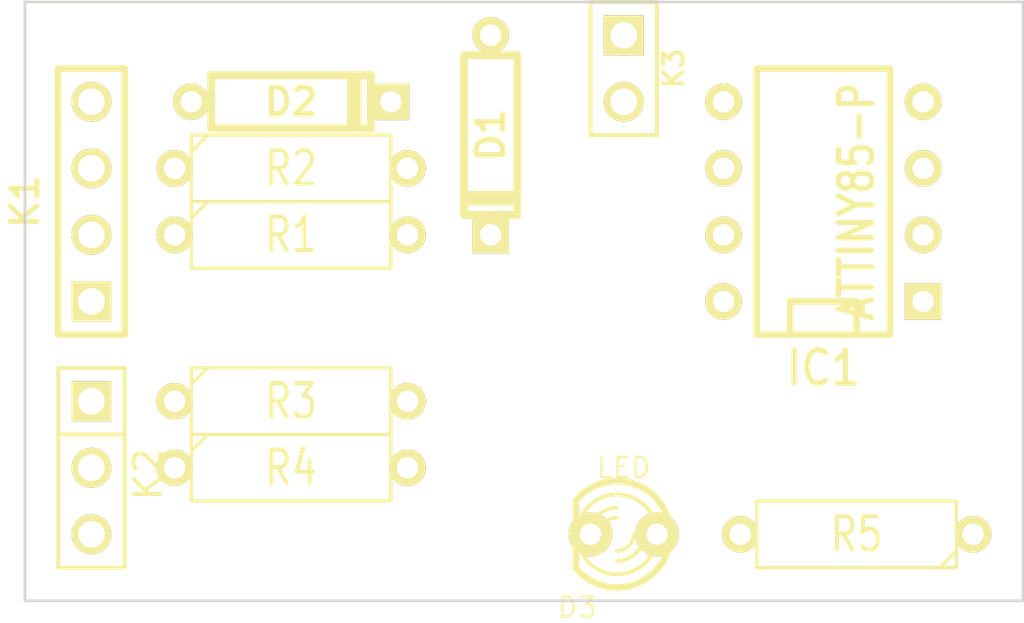
<source format=kicad_pcb>
(kicad_pcb (version 3) (host pcbnew "(2013-05-16 BZR 4016)-stable")

  (general
    (links 21)
    (no_connects 21)
    (area 39.37 36.83 78.74 60.96)
    (thickness 1.6)
    (drawings 4)
    (tracks 0)
    (zones 0)
    (modules 12)
    (nets 12)
  )

  (page A4)
  (title_block 
    (title LogStick)
  )

  (layers
    (15 Dessus.Cu signal)
    (0 Dessous.Cu signal)
    (16 Dessous.Adhes user)
    (17 Dessus.Adhes user)
    (18 Dessous.Pate user)
    (19 Dessus.Pate user)
    (20 Dessous.SilkS user)
    (21 Dessus.SilkS user)
    (22 Dessous.Masque user)
    (23 Dessus.Masque user)
    (24 Dessin.User user)
    (25 Cmts.User user)
    (26 Eco1.User user)
    (27 Eco2.User user)
    (28 Contours.Ci user)
  )

  (setup
    (last_trace_width 0.254)
    (trace_clearance 0.254)
    (zone_clearance 0.508)
    (zone_45_only no)
    (trace_min 0.254)
    (segment_width 0.2)
    (edge_width 0.1)
    (via_size 0.889)
    (via_drill 0.635)
    (via_min_size 0.889)
    (via_min_drill 0.508)
    (uvia_size 0.508)
    (uvia_drill 0.127)
    (uvias_allowed yes)
    (uvia_min_size 0.508)
    (uvia_min_drill 0.127)
    (pcb_text_width 0.3)
    (pcb_text_size 1.5 1.5)
    (mod_edge_width 0.15)
    (mod_text_size 1 1)
    (mod_text_width 0.15)
    (pad_size 1.5 1.5)
    (pad_drill 0.6)
    (pad_to_mask_clearance 0)
    (aux_axis_origin 40.64 38.1)
    (visible_elements 7FFFFFFF)
    (pcbplotparams
      (layerselection 3178497)
      (usegerberextensions true)
      (excludeedgelayer true)
      (linewidth 0.150000)
      (plotframeref false)
      (viasonmask false)
      (mode 1)
      (useauxorigin false)
      (hpglpennumber 1)
      (hpglpenspeed 20)
      (hpglpendiameter 15)
      (hpglpenoverlay 2)
      (psnegative false)
      (psa4output false)
      (plotreference true)
      (plotvalue true)
      (plotothertext true)
      (plotinvisibletext false)
      (padsonsilk false)
      (subtractmaskfromsilk false)
      (outputformat 1)
      (mirror false)
      (drillshape 1)
      (scaleselection 1)
      (outputdirectory ""))
  )

  (net 0 "")
  (net 1 +5V)
  (net 2 GND)
  (net 3 N-000001)
  (net 4 N-0000010)
  (net 5 N-0000011)
  (net 6 N-0000012)
  (net 7 N-000002)
  (net 8 N-000003)
  (net 9 N-000004)
  (net 10 N-000008)
  (net 11 N-000009)

  (net_class Default "Ceci est la Netclass par défaut"
    (clearance 0.254)
    (trace_width 0.254)
    (via_dia 0.889)
    (via_drill 0.635)
    (uvia_dia 0.508)
    (uvia_drill 0.127)
    (add_net "")
    (add_net +5V)
    (add_net GND)
    (add_net N-000001)
    (add_net N-0000010)
    (add_net N-0000011)
    (add_net N-0000012)
    (add_net N-000002)
    (add_net N-000003)
    (add_net N-000004)
    (add_net N-000008)
    (add_net N-000009)
  )

  (module R3-5 (layer Dessus.Cu) (tedit 3F979F9F) (tstamp 519BBC95)
    (at 50.8 46.99)
    (path /519BAD11)
    (fp_text reference R1 (at 0 0) (layer Dessus.SilkS)
      (effects (font (size 1.27 1.016) (thickness 0.1524)))
    )
    (fp_text value 68R (at 0 0) (layer Dessus.SilkS) hide
      (effects (font (size 1.27 1.016) (thickness 0.1524)))
    )
    (fp_line (start -3.81 -0.635) (end -3.81 1.27) (layer Dessus.SilkS) (width 0.127))
    (fp_line (start -3.81 1.27) (end 3.81 1.27) (layer Dessus.SilkS) (width 0.127))
    (fp_line (start 3.81 1.27) (end 3.81 -1.27) (layer Dessus.SilkS) (width 0.127))
    (fp_line (start 3.81 -1.27) (end -3.81 -1.27) (layer Dessus.SilkS) (width 0.127))
    (fp_line (start -3.81 -1.27) (end -3.81 -0.635) (layer Dessus.SilkS) (width 0.127))
    (fp_line (start -4.445 0) (end -3.81 0) (layer Dessus.SilkS) (width 0.127))
    (fp_line (start 3.81 0) (end 4.445 0) (layer Dessus.SilkS) (width 0.127))
    (fp_line (start -3.81 -0.635) (end -3.175 -1.27) (layer Dessus.SilkS) (width 0.127))
    (pad 1 thru_hole circle (at -4.445 0) (size 1.397 1.397) (drill 0.8128)
      (layers *.Cu *.Mask Dessus.SilkS)
      (net 11 N-000009)
    )
    (pad 2 thru_hole circle (at 4.445 0) (size 1.397 1.397) (drill 0.8128)
      (layers *.Cu *.Mask Dessus.SilkS)
      (net 6 N-0000012)
    )
    (model discret/resistor.wrl
      (at (xyz 0 0 0))
      (scale (xyz 0.35 0.35 0.3))
      (rotate (xyz 0 0 0))
    )
  )

  (module R3-5 (layer Dessus.Cu) (tedit 3F979F9F) (tstamp 519BBCA3)
    (at 50.8 44.45)
    (path /519BAD67)
    (fp_text reference R2 (at 0 0) (layer Dessus.SilkS)
      (effects (font (size 1.27 1.016) (thickness 0.1524)))
    )
    (fp_text value 68R (at 0 0) (layer Dessus.SilkS) hide
      (effects (font (size 1.27 1.016) (thickness 0.1524)))
    )
    (fp_line (start -3.81 -0.635) (end -3.81 1.27) (layer Dessus.SilkS) (width 0.127))
    (fp_line (start -3.81 1.27) (end 3.81 1.27) (layer Dessus.SilkS) (width 0.127))
    (fp_line (start 3.81 1.27) (end 3.81 -1.27) (layer Dessus.SilkS) (width 0.127))
    (fp_line (start 3.81 -1.27) (end -3.81 -1.27) (layer Dessus.SilkS) (width 0.127))
    (fp_line (start -3.81 -1.27) (end -3.81 -0.635) (layer Dessus.SilkS) (width 0.127))
    (fp_line (start -4.445 0) (end -3.81 0) (layer Dessus.SilkS) (width 0.127))
    (fp_line (start 3.81 0) (end 4.445 0) (layer Dessus.SilkS) (width 0.127))
    (fp_line (start -3.81 -0.635) (end -3.175 -1.27) (layer Dessus.SilkS) (width 0.127))
    (pad 1 thru_hole circle (at -4.445 0) (size 1.397 1.397) (drill 0.8128)
      (layers *.Cu *.Mask Dessus.SilkS)
      (net 5 N-0000011)
    )
    (pad 2 thru_hole circle (at 4.445 0) (size 1.397 1.397) (drill 0.8128)
      (layers *.Cu *.Mask Dessus.SilkS)
      (net 4 N-0000010)
    )
    (model discret/resistor.wrl
      (at (xyz 0 0 0))
      (scale (xyz 0.35 0.35 0.3))
      (rotate (xyz 0 0 0))
    )
  )

  (module R3-5 (layer Dessus.Cu) (tedit 3F979F9F) (tstamp 519BBCB1)
    (at 50.8 53.34)
    (path /519BAD76)
    (fp_text reference R3 (at 0 0) (layer Dessus.SilkS)
      (effects (font (size 1.27 1.016) (thickness 0.1524)))
    )
    (fp_text value 1k5 (at 0 0) (layer Dessus.SilkS) hide
      (effects (font (size 1.27 1.016) (thickness 0.1524)))
    )
    (fp_line (start -3.81 -0.635) (end -3.81 1.27) (layer Dessus.SilkS) (width 0.127))
    (fp_line (start -3.81 1.27) (end 3.81 1.27) (layer Dessus.SilkS) (width 0.127))
    (fp_line (start 3.81 1.27) (end 3.81 -1.27) (layer Dessus.SilkS) (width 0.127))
    (fp_line (start 3.81 -1.27) (end -3.81 -1.27) (layer Dessus.SilkS) (width 0.127))
    (fp_line (start -3.81 -1.27) (end -3.81 -0.635) (layer Dessus.SilkS) (width 0.127))
    (fp_line (start -4.445 0) (end -3.81 0) (layer Dessus.SilkS) (width 0.127))
    (fp_line (start 3.81 0) (end 4.445 0) (layer Dessus.SilkS) (width 0.127))
    (fp_line (start -3.81 -0.635) (end -3.175 -1.27) (layer Dessus.SilkS) (width 0.127))
    (pad 1 thru_hole circle (at -4.445 0) (size 1.397 1.397) (drill 0.8128)
      (layers *.Cu *.Mask Dessus.SilkS)
      (net 1 +5V)
    )
    (pad 2 thru_hole circle (at 4.445 0) (size 1.397 1.397) (drill 0.8128)
      (layers *.Cu *.Mask Dessus.SilkS)
      (net 6 N-0000012)
    )
    (model discret/resistor.wrl
      (at (xyz 0 0 0))
      (scale (xyz 0.35 0.35 0.3))
      (rotate (xyz 0 0 0))
    )
  )

  (module R3-5 (layer Dessus.Cu) (tedit 3F979F9F) (tstamp 519BCBAD)
    (at 50.8 55.88)
    (path /519BAF01)
    (fp_text reference R4 (at 0 0) (layer Dessus.SilkS)
      (effects (font (size 1.27 1.016) (thickness 0.1524)))
    )
    (fp_text value 68R (at 0 0) (layer Dessus.SilkS) hide
      (effects (font (size 1.27 1.016) (thickness 0.1524)))
    )
    (fp_line (start -3.81 -0.635) (end -3.81 1.27) (layer Dessus.SilkS) (width 0.127))
    (fp_line (start -3.81 1.27) (end 3.81 1.27) (layer Dessus.SilkS) (width 0.127))
    (fp_line (start 3.81 1.27) (end 3.81 -1.27) (layer Dessus.SilkS) (width 0.127))
    (fp_line (start 3.81 -1.27) (end -3.81 -1.27) (layer Dessus.SilkS) (width 0.127))
    (fp_line (start -3.81 -1.27) (end -3.81 -0.635) (layer Dessus.SilkS) (width 0.127))
    (fp_line (start -4.445 0) (end -3.81 0) (layer Dessus.SilkS) (width 0.127))
    (fp_line (start 3.81 0) (end 4.445 0) (layer Dessus.SilkS) (width 0.127))
    (fp_line (start -3.81 -0.635) (end -3.175 -1.27) (layer Dessus.SilkS) (width 0.127))
    (pad 1 thru_hole circle (at -4.445 0) (size 1.397 1.397) (drill 0.8128)
      (layers *.Cu *.Mask Dessus.SilkS)
      (net 9 N-000004)
    )
    (pad 2 thru_hole circle (at 4.445 0) (size 1.397 1.397) (drill 0.8128)
      (layers *.Cu *.Mask Dessus.SilkS)
      (net 8 N-000003)
    )
    (model discret/resistor.wrl
      (at (xyz 0 0 0))
      (scale (xyz 0.35 0.35 0.3))
      (rotate (xyz 0 0 0))
    )
  )

  (module R3-5 (layer Dessus.Cu) (tedit 3F979F9F) (tstamp 519BBCCD)
    (at 72.39 58.42 180)
    (path /519BB0A3)
    (fp_text reference R5 (at 0 0 180) (layer Dessus.SilkS)
      (effects (font (size 1.27 1.016) (thickness 0.1524)))
    )
    (fp_text value 220R (at 0 0 180) (layer Dessus.SilkS) hide
      (effects (font (size 1.27 1.016) (thickness 0.1524)))
    )
    (fp_line (start -3.81 -0.635) (end -3.81 1.27) (layer Dessus.SilkS) (width 0.127))
    (fp_line (start -3.81 1.27) (end 3.81 1.27) (layer Dessus.SilkS) (width 0.127))
    (fp_line (start 3.81 1.27) (end 3.81 -1.27) (layer Dessus.SilkS) (width 0.127))
    (fp_line (start 3.81 -1.27) (end -3.81 -1.27) (layer Dessus.SilkS) (width 0.127))
    (fp_line (start -3.81 -1.27) (end -3.81 -0.635) (layer Dessus.SilkS) (width 0.127))
    (fp_line (start -4.445 0) (end -3.81 0) (layer Dessus.SilkS) (width 0.127))
    (fp_line (start 3.81 0) (end 4.445 0) (layer Dessus.SilkS) (width 0.127))
    (fp_line (start -3.81 -0.635) (end -3.175 -1.27) (layer Dessus.SilkS) (width 0.127))
    (pad 1 thru_hole circle (at -4.445 0 180) (size 1.397 1.397) (drill 0.8128)
      (layers *.Cu *.Mask Dessus.SilkS)
      (net 10 N-000008)
    )
    (pad 2 thru_hole circle (at 4.445 0 180) (size 1.397 1.397) (drill 0.8128)
      (layers *.Cu *.Mask Dessus.SilkS)
      (net 7 N-000002)
    )
    (model discret/resistor.wrl
      (at (xyz 0 0 0))
      (scale (xyz 0.35 0.35 0.3))
      (rotate (xyz 0 0 0))
    )
  )

  (module LED-3MM (layer Dessus.Cu) (tedit 50ADE848) (tstamp 519BBCE6)
    (at 63.5 58.42 180)
    (descr "LED 3mm - Lead pitch 100mil (2,54mm)")
    (tags "LED led 3mm 3MM 100mil 2,54mm")
    (path /519BB08A)
    (fp_text reference D3 (at 1.778 -2.794 180) (layer Dessus.SilkS)
      (effects (font (size 0.762 0.762) (thickness 0.0889)))
    )
    (fp_text value LED (at 0 2.54 180) (layer Dessus.SilkS)
      (effects (font (size 0.762 0.762) (thickness 0.0889)))
    )
    (fp_line (start 1.8288 1.27) (end 1.8288 -1.27) (layer Dessus.SilkS) (width 0.254))
    (fp_arc (start 0.254 0) (end -1.27 0) (angle 39.8) (layer Dessus.SilkS) (width 0.1524))
    (fp_arc (start 0.254 0) (end -0.88392 1.01092) (angle 41.6) (layer Dessus.SilkS) (width 0.1524))
    (fp_arc (start 0.254 0) (end 1.4097 -0.9906) (angle 40.6) (layer Dessus.SilkS) (width 0.1524))
    (fp_arc (start 0.254 0) (end 1.778 0) (angle 39.8) (layer Dessus.SilkS) (width 0.1524))
    (fp_arc (start 0.254 0) (end 0.254 -1.524) (angle 54.4) (layer Dessus.SilkS) (width 0.1524))
    (fp_arc (start 0.254 0) (end -0.9652 -0.9144) (angle 53.1) (layer Dessus.SilkS) (width 0.1524))
    (fp_arc (start 0.254 0) (end 1.45542 0.93472) (angle 52.1) (layer Dessus.SilkS) (width 0.1524))
    (fp_arc (start 0.254 0) (end 0.254 1.524) (angle 52.1) (layer Dessus.SilkS) (width 0.1524))
    (fp_arc (start 0.254 0) (end -0.381 0) (angle 90) (layer Dessus.SilkS) (width 0.1524))
    (fp_arc (start 0.254 0) (end -0.762 0) (angle 90) (layer Dessus.SilkS) (width 0.1524))
    (fp_arc (start 0.254 0) (end 0.889 0) (angle 90) (layer Dessus.SilkS) (width 0.1524))
    (fp_arc (start 0.254 0) (end 1.27 0) (angle 90) (layer Dessus.SilkS) (width 0.1524))
    (fp_arc (start 0.254 0) (end 0.254 -2.032) (angle 50.1) (layer Dessus.SilkS) (width 0.254))
    (fp_arc (start 0.254 0) (end -1.5367 -0.95504) (angle 61.9) (layer Dessus.SilkS) (width 0.254))
    (fp_arc (start 0.254 0) (end 1.8034 1.31064) (angle 49.7) (layer Dessus.SilkS) (width 0.254))
    (fp_arc (start 0.254 0) (end 0.254 2.032) (angle 60.2) (layer Dessus.SilkS) (width 0.254))
    (fp_arc (start 0.254 0) (end -1.778 0) (angle 28.3) (layer Dessus.SilkS) (width 0.254))
    (fp_arc (start 0.254 0) (end -1.47574 1.06426) (angle 31.6) (layer Dessus.SilkS) (width 0.254))
    (pad 1 thru_hole circle (at -1.27 0 180) (size 1.6764 1.6764) (drill 0.8128)
      (layers *.Cu *.Mask Dessus.SilkS)
      (net 7 N-000002)
    )
    (pad 2 thru_hole circle (at 1.27 0 180) (size 1.6764 1.6764) (drill 0.8128)
      (layers *.Cu *.Mask Dessus.SilkS)
      (net 2 GND)
    )
    (model discret/leds/led3_vertical_verde.wrl
      (at (xyz 0 0 0))
      (scale (xyz 1 1 1))
      (rotate (xyz 0 0 0))
    )
  )

  (module D3 (layer Dessus.Cu) (tedit 200000) (tstamp 519BBCF6)
    (at 58.42 43.18 270)
    (descr "Diode 3 pas")
    (tags "DIODE DEV")
    (path /519BAD9D)
    (fp_text reference D1 (at 0 0 270) (layer Dessus.SilkS)
      (effects (font (size 1.016 1.016) (thickness 0.2032)))
    )
    (fp_text value 3,6V (at 0 0 270) (layer Dessus.SilkS) hide
      (effects (font (size 1.016 1.016) (thickness 0.2032)))
    )
    (fp_line (start 3.81 0) (end 3.048 0) (layer Dessus.SilkS) (width 0.3048))
    (fp_line (start 3.048 0) (end 3.048 -1.016) (layer Dessus.SilkS) (width 0.3048))
    (fp_line (start 3.048 -1.016) (end -3.048 -1.016) (layer Dessus.SilkS) (width 0.3048))
    (fp_line (start -3.048 -1.016) (end -3.048 0) (layer Dessus.SilkS) (width 0.3048))
    (fp_line (start -3.048 0) (end -3.81 0) (layer Dessus.SilkS) (width 0.3048))
    (fp_line (start -3.048 0) (end -3.048 1.016) (layer Dessus.SilkS) (width 0.3048))
    (fp_line (start -3.048 1.016) (end 3.048 1.016) (layer Dessus.SilkS) (width 0.3048))
    (fp_line (start 3.048 1.016) (end 3.048 0) (layer Dessus.SilkS) (width 0.3048))
    (fp_line (start 2.54 -1.016) (end 2.54 1.016) (layer Dessus.SilkS) (width 0.3048))
    (fp_line (start 2.286 1.016) (end 2.286 -1.016) (layer Dessus.SilkS) (width 0.3048))
    (pad 2 thru_hole rect (at 3.81 0 270) (size 1.397 1.397) (drill 0.8128)
      (layers *.Cu *.Mask Dessus.SilkS)
      (net 6 N-0000012)
    )
    (pad 1 thru_hole circle (at -3.81 0 270) (size 1.397 1.397) (drill 0.8128)
      (layers *.Cu *.Mask Dessus.SilkS)
      (net 2 GND)
    )
    (model discret/diode.wrl
      (at (xyz 0 0 0))
      (scale (xyz 0.3 0.3 0.3))
      (rotate (xyz 0 0 0))
    )
  )

  (module D3 (layer Dessus.Cu) (tedit 519BCBB0) (tstamp 519BBD06)
    (at 50.8 41.91)
    (descr "Diode 3 pas")
    (tags "DIODE DEV")
    (path /519BADAC)
    (fp_text reference D2 (at 0 0) (layer Dessus.SilkS)
      (effects (font (size 1.016 1.016) (thickness 0.2032)))
    )
    (fp_text value 3,6V (at 0 0) (layer Dessus.SilkS) hide
      (effects (font (size 1.016 1.016) (thickness 0.2032)))
    )
    (fp_line (start 3.81 0) (end 3.048 0) (layer Dessus.SilkS) (width 0.3048))
    (fp_line (start 3.048 0) (end 3.048 -1.016) (layer Dessus.SilkS) (width 0.3048))
    (fp_line (start 3.048 -1.016) (end -3.048 -1.016) (layer Dessus.SilkS) (width 0.3048))
    (fp_line (start -3.048 -1.016) (end -3.048 0) (layer Dessus.SilkS) (width 0.3048))
    (fp_line (start -3.048 0) (end -3.81 0) (layer Dessus.SilkS) (width 0.3048))
    (fp_line (start -3.048 0) (end -3.048 1.016) (layer Dessus.SilkS) (width 0.3048))
    (fp_line (start -3.048 1.016) (end 3.048 1.016) (layer Dessus.SilkS) (width 0.3048))
    (fp_line (start 3.048 1.016) (end 3.048 0) (layer Dessus.SilkS) (width 0.3048))
    (fp_line (start 2.54 -1.016) (end 2.54 1.016) (layer Dessus.SilkS) (width 0.3048))
    (fp_line (start 2.286 1.016) (end 2.286 -1.016) (layer Dessus.SilkS) (width 0.3048))
    (pad 2 thru_hole rect (at 3.81 0) (size 1.397 1.397) (drill 0.8128)
      (layers *.Cu *.Mask Dessus.SilkS)
      (net 4 N-0000010)
    )
    (pad 1 thru_hole circle (at -3.81 0) (size 1.397 1.397) (drill 0.8128)
      (layers *.Cu *.Mask Dessus.SilkS)
      (net 2 GND)
    )
    (model discret/diode.wrl
      (at (xyz 0 0 0))
      (scale (xyz 0.3 0.3 0.3))
      (rotate (xyz 0 0 0))
    )
  )

  (module DIP-8__300 (layer Dessus.Cu) (tedit 519BC2CB) (tstamp 519BBD3D)
    (at 71.12 45.72 90)
    (descr "8 pins DIL package, round pads")
    (tags DIL)
    (path /519BABEE)
    (fp_text reference IC1 (at -6.35 0 180) (layer Dessus.SilkS)
      (effects (font (size 1.27 1.143) (thickness 0.2032)))
    )
    (fp_text value ATTINY85-P (at 0 1.27 90) (layer Dessus.SilkS)
      (effects (font (size 1.27 1.016) (thickness 0.2032)))
    )
    (fp_line (start -5.08 -1.27) (end -3.81 -1.27) (layer Dessus.SilkS) (width 0.254))
    (fp_line (start -3.81 -1.27) (end -3.81 1.27) (layer Dessus.SilkS) (width 0.254))
    (fp_line (start -3.81 1.27) (end -5.08 1.27) (layer Dessus.SilkS) (width 0.254))
    (fp_line (start -5.08 -2.54) (end 5.08 -2.54) (layer Dessus.SilkS) (width 0.254))
    (fp_line (start 5.08 -2.54) (end 5.08 2.54) (layer Dessus.SilkS) (width 0.254))
    (fp_line (start 5.08 2.54) (end -5.08 2.54) (layer Dessus.SilkS) (width 0.254))
    (fp_line (start -5.08 2.54) (end -5.08 -2.54) (layer Dessus.SilkS) (width 0.254))
    (pad 1 thru_hole rect (at -3.81 3.81 90) (size 1.397 1.397) (drill 0.8128)
      (layers *.Cu *.Mask Dessus.SilkS)
    )
    (pad 2 thru_hole circle (at -1.27 3.81 90) (size 1.397 1.397) (drill 0.8128)
      (layers *.Cu *.Mask Dessus.SilkS)
      (net 8 N-000003)
    )
    (pad 3 thru_hole circle (at 1.27 3.81 90) (size 1.397 1.397) (drill 0.8128)
      (layers *.Cu *.Mask Dessus.SilkS)
      (net 10 N-000008)
    )
    (pad 4 thru_hole circle (at 3.81 3.81 90) (size 1.397 1.397) (drill 0.8128)
      (layers *.Cu *.Mask Dessus.SilkS)
      (net 2 GND)
    )
    (pad 5 thru_hole circle (at 3.81 -3.81 90) (size 1.397 1.397) (drill 0.8128)
      (layers *.Cu *.Mask Dessus.SilkS)
      (net 6 N-0000012)
    )
    (pad 6 thru_hole circle (at 1.27 -3.81 90) (size 1.397 1.397) (drill 0.8128)
      (layers *.Cu *.Mask Dessus.SilkS)
      (net 3 N-000001)
    )
    (pad 7 thru_hole circle (at -1.27 -3.81 90) (size 1.397 1.397) (drill 0.8128)
      (layers *.Cu *.Mask Dessus.SilkS)
      (net 4 N-0000010)
    )
    (pad 8 thru_hole circle (at -3.81 -3.81 90) (size 1.397 1.397) (drill 0.8128)
      (layers *.Cu *.Mask Dessus.SilkS)
      (net 1 +5V)
    )
    (model dil/dil_8.wrl
      (at (xyz 0 0 0))
      (scale (xyz 1 1 1))
      (rotate (xyz 0 0 0))
    )
  )

  (module PIN_ARRAY_4x1 (layer Dessus.Cu) (tedit 4C10F42E) (tstamp 519BBD13)
    (at 43.18 45.72 90)
    (descr "Double rangee de contacts 2 x 5 pins")
    (tags CONN)
    (path /519BADEC)
    (fp_text reference K1 (at 0 -2.54 90) (layer Dessus.SilkS)
      (effects (font (size 1.016 1.016) (thickness 0.2032)))
    )
    (fp_text value USB (at 0 2.54 90) (layer Dessus.SilkS) hide
      (effects (font (size 1.016 1.016) (thickness 0.2032)))
    )
    (fp_line (start 5.08 1.27) (end -5.08 1.27) (layer Dessus.SilkS) (width 0.254))
    (fp_line (start 5.08 -1.27) (end -5.08 -1.27) (layer Dessus.SilkS) (width 0.254))
    (fp_line (start -5.08 -1.27) (end -5.08 1.27) (layer Dessus.SilkS) (width 0.254))
    (fp_line (start 5.08 1.27) (end 5.08 -1.27) (layer Dessus.SilkS) (width 0.254))
    (pad 1 thru_hole rect (at -3.81 0 90) (size 1.524 1.524) (drill 1.016)
      (layers *.Cu *.Mask Dessus.SilkS)
      (net 1 +5V)
    )
    (pad 2 thru_hole circle (at -1.27 0 90) (size 1.524 1.524) (drill 1.016)
      (layers *.Cu *.Mask Dessus.SilkS)
      (net 11 N-000009)
    )
    (pad 3 thru_hole circle (at 1.27 0 90) (size 1.524 1.524) (drill 1.016)
      (layers *.Cu *.Mask Dessus.SilkS)
      (net 5 N-0000011)
    )
    (pad 4 thru_hole circle (at 3.81 0 90) (size 1.524 1.524) (drill 1.016)
      (layers *.Cu *.Mask Dessus.SilkS)
      (net 2 GND)
    )
    (model pin_array\pins_array_4x1.wrl
      (at (xyz 0 0 0))
      (scale (xyz 1 1 1))
      (rotate (xyz 0 0 0))
    )
  )

  (module PIN_ARRAY_3X1 (layer Dessus.Cu) (tedit 4C1130E0) (tstamp 519BBD1F)
    (at 43.18 55.88 270)
    (descr "Connecteur 3 pins")
    (tags "CONN DEV")
    (path /519BAE03)
    (fp_text reference K2 (at 0.254 -2.159 270) (layer Dessus.SilkS)
      (effects (font (size 1.016 1.016) (thickness 0.1524)))
    )
    (fp_text value DHT44 (at 0 -2.159 270) (layer Dessus.SilkS) hide
      (effects (font (size 1.016 1.016) (thickness 0.1524)))
    )
    (fp_line (start -3.81 1.27) (end -3.81 -1.27) (layer Dessus.SilkS) (width 0.1524))
    (fp_line (start -3.81 -1.27) (end 3.81 -1.27) (layer Dessus.SilkS) (width 0.1524))
    (fp_line (start 3.81 -1.27) (end 3.81 1.27) (layer Dessus.SilkS) (width 0.1524))
    (fp_line (start 3.81 1.27) (end -3.81 1.27) (layer Dessus.SilkS) (width 0.1524))
    (fp_line (start -1.27 -1.27) (end -1.27 1.27) (layer Dessus.SilkS) (width 0.1524))
    (pad 1 thru_hole rect (at -2.54 0 270) (size 1.524 1.524) (drill 1.016)
      (layers *.Cu *.Mask Dessus.SilkS)
      (net 1 +5V)
    )
    (pad 2 thru_hole circle (at 0 0 270) (size 1.524 1.524) (drill 1.016)
      (layers *.Cu *.Mask Dessus.SilkS)
      (net 9 N-000004)
    )
    (pad 3 thru_hole circle (at 2.54 0 270) (size 1.524 1.524) (drill 1.016)
      (layers *.Cu *.Mask Dessus.SilkS)
      (net 2 GND)
    )
    (model pin_array/pins_array_3x1.wrl
      (at (xyz 0 0 0))
      (scale (xyz 1 1 1))
      (rotate (xyz 0 0 0))
    )
  )

  (module PIN_ARRAY_2X1 (layer Dessus.Cu) (tedit 4565C520) (tstamp 519BBD2A)
    (at 63.5 40.64 270)
    (descr "Connecteurs 2 pins")
    (tags "CONN DEV")
    (path /519BB00E)
    (fp_text reference K3 (at 0 -1.905 270) (layer Dessus.SilkS)
      (effects (font (size 0.762 0.762) (thickness 0.1524)))
    )
    (fp_text value SWITCH (at 0 -1.905 270) (layer Dessus.SilkS) hide
      (effects (font (size 0.762 0.762) (thickness 0.1524)))
    )
    (fp_line (start -2.54 1.27) (end -2.54 -1.27) (layer Dessus.SilkS) (width 0.1524))
    (fp_line (start -2.54 -1.27) (end 2.54 -1.27) (layer Dessus.SilkS) (width 0.1524))
    (fp_line (start 2.54 -1.27) (end 2.54 1.27) (layer Dessus.SilkS) (width 0.1524))
    (fp_line (start 2.54 1.27) (end -2.54 1.27) (layer Dessus.SilkS) (width 0.1524))
    (pad 1 thru_hole rect (at -1.27 0 270) (size 1.524 1.524) (drill 1.016)
      (layers *.Cu *.Mask Dessus.SilkS)
      (net 2 GND)
    )
    (pad 2 thru_hole circle (at 1.27 0 270) (size 1.524 1.524) (drill 1.016)
      (layers *.Cu *.Mask Dessus.SilkS)
      (net 3 N-000001)
    )
    (model pin_array/pins_array_2x1.wrl
      (at (xyz 0 0 0))
      (scale (xyz 1 1 1))
      (rotate (xyz 0 0 0))
    )
  )

  (gr_line (start 40.64 60.96) (end 40.64 38.1) (angle 90) (layer Contours.Ci) (width 0.1))
  (gr_line (start 78.74 60.96) (end 40.64 60.96) (angle 90) (layer Contours.Ci) (width 0.1))
  (gr_line (start 78.74 38.1) (end 78.74 60.96) (angle 90) (layer Contours.Ci) (width 0.1))
  (gr_line (start 40.64 38.1) (end 78.74 38.1) (angle 90) (layer Contours.Ci) (width 0.1))

)

</source>
